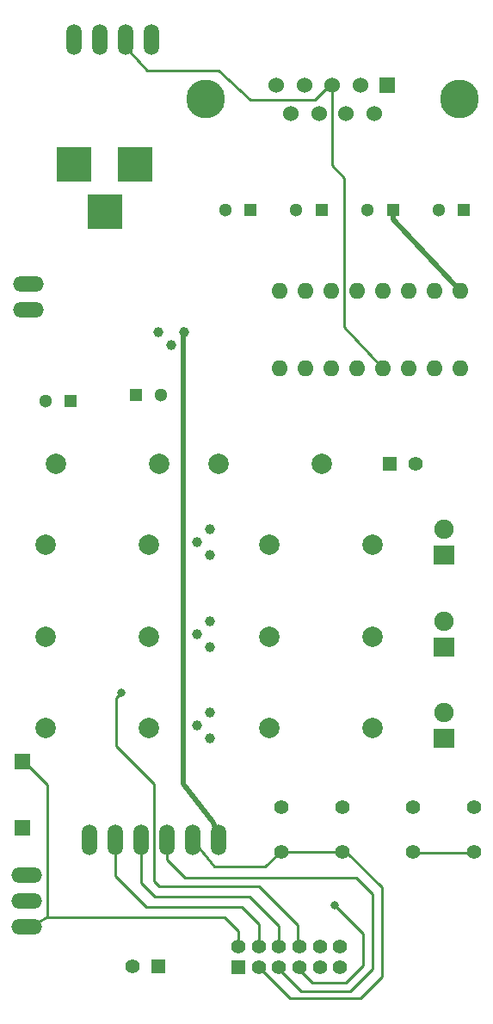
<source format=gbr>
G04 #@! TF.FileFunction,Copper,L2,Bot,Signal*
%FSLAX46Y46*%
G04 Gerber Fmt 4.6, Leading zero omitted, Abs format (unit mm)*
G04 Created by KiCad (PCBNEW 4.0.5-e0-6337~49~ubuntu16.04.1) date Thu Feb  2 10:08:48 2017*
%MOMM*%
%LPD*%
G01*
G04 APERTURE LIST*
%ADD10C,0.100000*%
%ADD11R,1.300000X1.300000*%
%ADD12C,1.300000*%
%ADD13O,1.600000X1.600000*%
%ADD14C,1.400000*%
%ADD15R,1.400000X1.400000*%
%ADD16C,3.810000*%
%ADD17R,1.524000X1.524000*%
%ADD18C,1.524000*%
%ADD19C,1.998980*%
%ADD20C,1.397000*%
%ADD21O,3.014980X1.506220*%
%ADD22O,1.506220X3.014980*%
%ADD23R,3.500120X3.500120*%
%ADD24R,2.000000X1.900000*%
%ADD25C,1.900000*%
%ADD26R,1.397000X1.397000*%
%ADD27R,1.500000X1.500000*%
%ADD28C,1.000760*%
%ADD29C,0.800000*%
%ADD30C,0.500000*%
%ADD31C,0.250000*%
G04 APERTURE END LIST*
D10*
D11*
X163700000Y-88200000D03*
D12*
X166200000Y-88200000D03*
D11*
X157300000Y-88800000D03*
D12*
X154800000Y-88800000D03*
D11*
X189000000Y-70000000D03*
D12*
X186500000Y-70000000D03*
D11*
X182000000Y-70000000D03*
D12*
X179500000Y-70000000D03*
D11*
X196000000Y-70000000D03*
D12*
X193500000Y-70000000D03*
D11*
X175000000Y-70000000D03*
D12*
X172500000Y-70000000D03*
D13*
X195600000Y-78000000D03*
X193060000Y-78000000D03*
X190520000Y-78000000D03*
X187980000Y-78000000D03*
X185440000Y-78000000D03*
X182900000Y-78000000D03*
X180360000Y-78000000D03*
X177820000Y-78000000D03*
X177820000Y-85620000D03*
X180360000Y-85620000D03*
X182900000Y-85620000D03*
X185440000Y-85620000D03*
X187980000Y-85620000D03*
X190520000Y-85620000D03*
X193060000Y-85620000D03*
X195600000Y-85620000D03*
D14*
X177800000Y-144500000D03*
X175800000Y-144500000D03*
D15*
X173800000Y-144500000D03*
D14*
X179800000Y-144500000D03*
X181800000Y-144500000D03*
X183800000Y-144500000D03*
X183800000Y-142500000D03*
X181800000Y-142500000D03*
X179800000Y-142500000D03*
X177800000Y-142500000D03*
X175800000Y-142500000D03*
X173800000Y-142500000D03*
D16*
X170554000Y-59123000D03*
X195573000Y-59123000D03*
D17*
X188461000Y-57726000D03*
D18*
X185794000Y-57726000D03*
X183000000Y-57726000D03*
X180333000Y-57726000D03*
X177539000Y-57726000D03*
X187191000Y-60520000D03*
X184397000Y-60520000D03*
X181730000Y-60520000D03*
X178936000Y-60520000D03*
D19*
X182000000Y-95000000D03*
X171840000Y-95000000D03*
X187000000Y-103000000D03*
X176840000Y-103000000D03*
X165000000Y-112000000D03*
X154840000Y-112000000D03*
X187000000Y-112000000D03*
X176840000Y-112000000D03*
X165000000Y-121000000D03*
X154840000Y-121000000D03*
X187000000Y-121000000D03*
X176840000Y-121000000D03*
D20*
X184000000Y-128800000D03*
X184000000Y-133200000D03*
X178000000Y-128800000D03*
X178000000Y-133200000D03*
X197000000Y-128800000D03*
X197000000Y-133200000D03*
X191000000Y-128800000D03*
X191000000Y-133200000D03*
D21*
X153000000Y-135460000D03*
X153000000Y-138000000D03*
X153000000Y-140540000D03*
D22*
X157590000Y-53300000D03*
X165210000Y-53300000D03*
X162670000Y-53300000D03*
X160130000Y-53300000D03*
D23*
X163640140Y-65520000D03*
X157640660Y-65520000D03*
X160640400Y-70219000D03*
D24*
X194000000Y-104000000D03*
D25*
X194000000Y-101460000D03*
D24*
X194000000Y-113000000D03*
D25*
X194000000Y-110460000D03*
D24*
X194000000Y-122000000D03*
D25*
X194000000Y-119460000D03*
D26*
X188730000Y-95000000D03*
D20*
X191270000Y-95000000D03*
D19*
X166000000Y-95000000D03*
X155840000Y-95000000D03*
X165000000Y-103000000D03*
X154840000Y-103000000D03*
D21*
X153100000Y-77330000D03*
X153100000Y-79870000D03*
D22*
X159150000Y-132000000D03*
X161690000Y-132000000D03*
X164230000Y-132000000D03*
X166770000Y-132000000D03*
X169310000Y-132000000D03*
X171850000Y-132000000D03*
D27*
X152500000Y-130820000D03*
X152500000Y-124280000D03*
D28*
X169730000Y-102730000D03*
X171000000Y-101460000D03*
X171000000Y-104000000D03*
X169730000Y-111730000D03*
X171000000Y-110460000D03*
X171000000Y-113000000D03*
X169730000Y-120730000D03*
X171000000Y-119460000D03*
X171000000Y-122000000D03*
X167170000Y-83300000D03*
X165900000Y-82030000D03*
X168440000Y-82030000D03*
D26*
X165910000Y-144460000D03*
D20*
X163370000Y-144460000D03*
D29*
X183300000Y-138400000D03*
X162300000Y-117500000D03*
D30*
X168360000Y-88850000D02*
X168360000Y-81830000D01*
X171850000Y-132000000D02*
X171350000Y-130350000D01*
X171350000Y-130350000D02*
X168400000Y-126530000D01*
X168400000Y-126530000D02*
X168360000Y-88850000D01*
X189000000Y-70000000D02*
X189000000Y-71000000D01*
X189000000Y-71000000D02*
X195600000Y-78000000D01*
D31*
X183000000Y-57726000D02*
X182724000Y-57726000D01*
X182724000Y-57726000D02*
X181300000Y-59150000D01*
X164801846Y-56302067D02*
X162300000Y-53500000D01*
X171800000Y-56350000D02*
X164801846Y-56302067D01*
X175000000Y-59150000D02*
X171800000Y-56350000D01*
X181300000Y-59150000D02*
X175000000Y-59150000D01*
X183000000Y-57726000D02*
X183000000Y-65600000D01*
X184200000Y-81540000D02*
X187980000Y-85620000D01*
X184200000Y-66900000D02*
X184200000Y-81540000D01*
X183000000Y-65600000D02*
X184200000Y-66900000D01*
X177800000Y-144500000D02*
X177800000Y-144700000D01*
X177800000Y-144700000D02*
X180000000Y-146900000D01*
X180000000Y-146900000D02*
X184800000Y-146900000D01*
X184800000Y-146900000D02*
X187000000Y-144700000D01*
X187000000Y-144700000D02*
X187000000Y-137300000D01*
X187000000Y-137300000D02*
X185400000Y-135700000D01*
X185400000Y-135700000D02*
X168500000Y-135700000D01*
X168500000Y-135700000D02*
X166770000Y-133970000D01*
X166770000Y-133970000D02*
X166770000Y-132000000D01*
X166800000Y-132030000D02*
X166770000Y-132000000D01*
X184000000Y-133200000D02*
X184400000Y-133200000D01*
X184400000Y-133200000D02*
X187900000Y-136700000D01*
X178900000Y-147600000D02*
X175800000Y-144500000D01*
X185800000Y-147600000D02*
X178900000Y-147600000D01*
X187900000Y-145500000D02*
X185800000Y-147600000D01*
X187900000Y-136700000D02*
X187900000Y-145500000D01*
X169400000Y-132090000D02*
X169310000Y-132000000D01*
X178000000Y-133200000D02*
X184000000Y-133200000D01*
X176400000Y-134600000D02*
X171410000Y-134600000D01*
X171410000Y-134600000D02*
X169310000Y-132000000D01*
X177900000Y-133200000D02*
X176400000Y-134600000D01*
X179800000Y-144500000D02*
X179800000Y-144800000D01*
X179800000Y-144800000D02*
X181100000Y-146100000D01*
X181100000Y-146100000D02*
X184400000Y-146100000D01*
X184400000Y-146100000D02*
X186100000Y-144400000D01*
X186100000Y-144400000D02*
X186100000Y-141200000D01*
X186100000Y-141200000D02*
X183300000Y-138400000D01*
X197100000Y-133300000D02*
X190900000Y-133300000D01*
X161800000Y-122800000D02*
X161800000Y-118000000D01*
X166000000Y-136600000D02*
X165500000Y-136100000D01*
X165500000Y-136100000D02*
X165500000Y-126500000D01*
X165500000Y-126500000D02*
X161800000Y-122800000D01*
X179600000Y-142300000D02*
X179600000Y-140400000D01*
X179600000Y-140400000D02*
X175800000Y-136600000D01*
X175800000Y-136600000D02*
X166000000Y-136600000D01*
X161800000Y-118000000D02*
X162300000Y-117500000D01*
X164230000Y-132000000D02*
X164230000Y-136230000D01*
X177800000Y-140500000D02*
X177800000Y-142500000D01*
X174900000Y-137600000D02*
X177800000Y-140500000D01*
X165600000Y-137600000D02*
X174900000Y-137600000D01*
X164230000Y-136230000D02*
X165600000Y-137600000D01*
X161690000Y-132000000D02*
X161690000Y-135590000D01*
X175800000Y-140300000D02*
X175800000Y-142500000D01*
X174100000Y-138600000D02*
X175800000Y-140300000D01*
X164700000Y-138600000D02*
X174100000Y-138600000D01*
X161690000Y-135590000D02*
X164700000Y-138600000D01*
X153000000Y-140540000D02*
X153420000Y-140540000D01*
X153420000Y-140540000D02*
X155010000Y-139500000D01*
X173800000Y-141000000D02*
X173800000Y-142500000D01*
X155010000Y-139590000D02*
X172400000Y-139600000D01*
X172400000Y-139600000D02*
X173800000Y-141000000D01*
X155010000Y-126570000D02*
X155010000Y-139500000D01*
X153000000Y-124450000D02*
X153000000Y-124550000D01*
X153000000Y-124550000D02*
X155010000Y-126570000D01*
M02*

</source>
